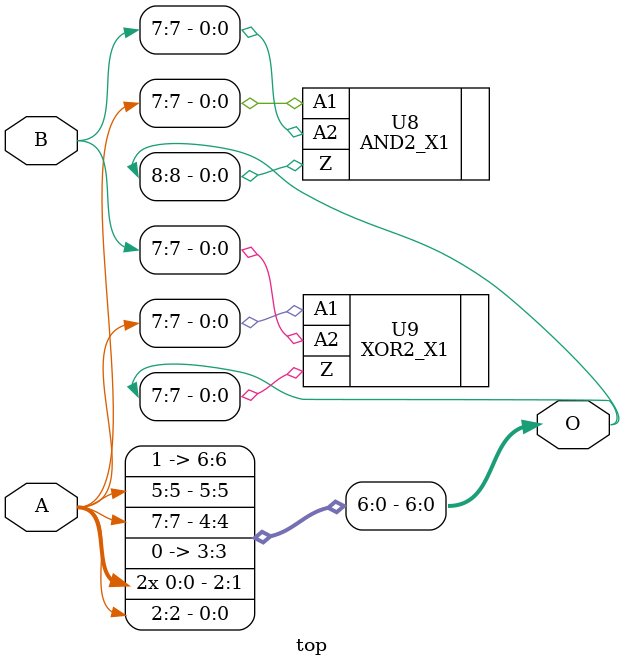
<source format=v>


module top ( A, B, O );
  input [7:0] A;
  input [7:0] B;
  output [8:0] O;

  assign O[6] = 1'b1;
  assign O[3] = 1'b0;
  assign O[5] = A[5];
  assign O[4] = A[7];
  assign O[1] = A[0];
  assign O[2] = A[0];
  assign O[0] = A[2];

  AND2_X1 U8 ( .A1(A[7]), .A2(B[7]), .Z(O[8]) );
  XOR2_X1 U9 ( .A1(A[7]), .A2(B[7]), .Z(O[7]) );
endmodule


</source>
